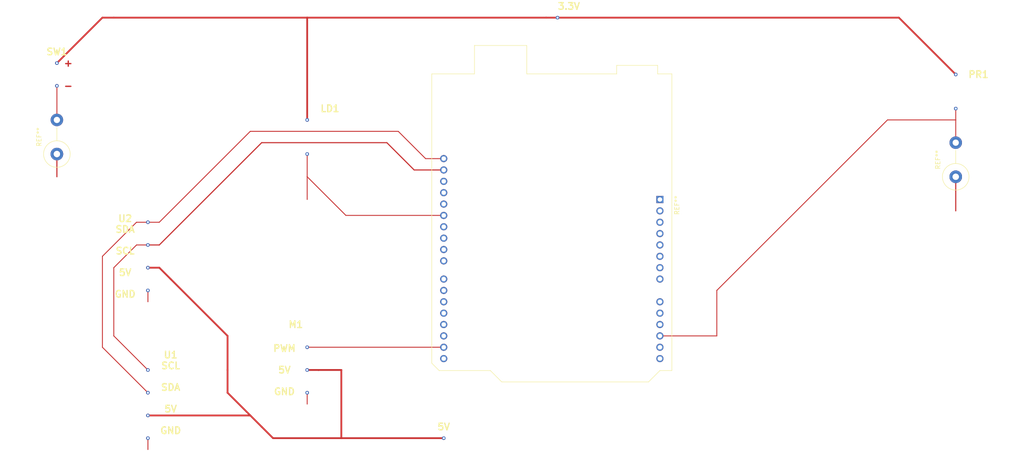
<source format=kicad_pcb>
(kicad_pcb (version 20211014) (generator pcbnew)
  (title_block (title "Laser Security System - PCB Layout") (date "2022-11-03") (rev "0.1") (company "ECE411 Group 10 Practicum"))
  (layers (0 "F.Cu" signal) (31 "B.Cu" signal) (34 "B.Paste" user) (35 "F.Paste" user) (36 "B.SilkS" user "B.Silkscreen") (37 "F.SilkS" user "F.Silkscreen") (38 "B.Mask" user) (39 "F.Mask" user) (44 "Edge.Cuts" user))
  (net 0 "")
  (net 1 "GND")
  (net 2 "5V")
  (net 3 "SDA")
  (net 4 "33V")
  (net 5 "SCL")
  (footprint "Resistor_THT:R_Axial_DIN0614_L14.3mm_D5.7mm_P7.62mm_Vertical" (layer "F.Cu") (at 231.14 66.04 90)
    (fp_text reference "REF**" (at 3.81 -3.97 90) (layer "F.SilkS"))
    (fp_text value "R_Axial_DIN0614_L14.3mm_D5.7mm_P7.62mm_Vertical" hide)
    (fp_line (start 2.97 0) (end 5.92 0) (layer "F.SilkS") (width 0.12))
    (fp_circle (center 0 0) (end 2.97 0) (layer "F.SilkS") (width 0.12) (fill none))
    (pad "1" thru_hole circle (at 0 0 90) (size 2.8 2.8) (drill 1.4) (layers *.Cu *.Mask))
    (pad "1" thru_hole circle (at 0 0 90) (size 2.8 2.8) (drill 1.4) (layers *.Cu *.Mask))
    (pad "2" thru_hole oval (at 7.62 0 90) (size 2.8 2.8) (drill 1.4) (layers *.Cu *.Mask))
  )
  (footprint "Resistor_THT:R_Axial_DIN0614_L14.3mm_D5.7mm_P7.62mm_Vertical" (layer "F.Cu") (at 30.48 60.96 90)
    (fp_text reference "REF**" (at 3.81 -3.97 90) (layer "F.SilkS"))
    (fp_text value "R_Axial_DIN0614_L14.3mm_D5.7mm_P7.62mm_Vertical" hide)
    (fp_line (start 2.97 0) (end 5.92 0) (layer "F.SilkS") (width 0.12))
    (fp_circle (center 0 0) (end 2.97 0) (layer "F.SilkS") (width 0.12) (fill none))
    (pad "1" thru_hole circle (at 0 0 90) (size 2.8 2.8) (drill 1.4) (layers *.Cu *.Mask))
    (pad "1" thru_hole circle (at 0 0 90) (size 2.8 2.8) (drill 1.4) (layers *.Cu *.Mask))
    (pad "2" thru_hole oval (at 7.62 0 90) (size 2.8 2.8) (drill 1.4) (layers *.Cu *.Mask))
  )
  (footprint "Module:Arduino_UNO_R3" (layer "F.Cu") (at 165.1 71.12 -90)
    (fp_text reference "REF**" (at 1.27 -3.81 90) (layer "F.SilkS"))
    (fp_text value "Arduino_UNO_R3")
    (fp_line (start -28.07 -2.67) (end -28.07 0.51) (layer "F.SilkS") (width 0.12))
    (fp_line (start -28.07 50.93) (end 36.58 50.93) (layer "F.SilkS") (width 0.12))
    (fp_line (start -34.42 29.72) (end -34.42 41.4) (layer "F.SilkS") (width 0.12))
    (fp_line (start 38.23 37.85) (end 40.77 35.31) (layer "F.SilkS") (width 0.12))
    (fp_line (start 38.23 49.28) (end 38.23 37.85) (layer "F.SilkS") (width 0.12))
    (fp_line (start 38.23 0) (end 38.23 -2.67) (layer "F.SilkS") (width 0.12))
    (fp_line (start -29.97 9.65) (end -28.07 9.65) (layer "F.SilkS") (width 0.12))
    (fp_line (start -28.07 29.72) (end -34.42 29.72) (layer "F.SilkS") (width 0.12))
    (fp_line (start 38.23 -2.67) (end -28.07 -2.67) (layer "F.SilkS") (width 0.12))
    (fp_line (start 36.58 50.93) (end 38.23 49.28) (layer "F.SilkS") (width 0.12))
    (fp_line (start -29.97 0.51) (end -29.97 9.65) (layer "F.SilkS") (width 0.12))
    (fp_line (start -34.42 41.4) (end -28.07 41.4) (layer "F.SilkS") (width 0.12))
    (fp_line (start -28.07 9.65) (end -28.07 29.72) (layer "F.SilkS") (width 0.12))
    (fp_line (start -28.07 41.4) (end -28.07 50.93) (layer "F.SilkS") (width 0.12))
    (fp_line (start 40.77 2.54) (end 38.23 0) (layer "F.SilkS") (width 0.12))
    (fp_line (start -28.07 0.51) (end -29.97 0.51) (layer "F.SilkS") (width 0.12))
    (fp_line (start 40.77 35.31) (end 40.77 2.54) (layer "F.SilkS") (width 0.12))
    (pad "1" thru_hole rect (at 0 0) (size 1.6 1.6) (drill 1) (layers *.Cu *.Mask))
    (pad "2" thru_hole oval (at 2.54 0) (size 1.6 1.6) (drill 1) (layers *.Cu *.Mask))
    (pad "3" thru_hole oval (at 5.08 0) (size 1.6 1.6) (drill 1) (layers *.Cu *.Mask))
    (pad "4" thru_hole oval (at 7.62 0) (size 1.6 1.6) (drill 1) (layers *.Cu *.Mask))
    (pad "5" thru_hole oval (at 10.16 0) (size 1.6 1.6) (drill 1) (layers *.Cu *.Mask))
    (pad "6" thru_hole oval (at 12.7 0) (size 1.6 1.6) (drill 1) (layers *.Cu *.Mask))
    (pad "7" thru_hole oval (at 15.24 0) (size 1.6 1.6) (drill 1) (layers *.Cu *.Mask))
    (pad "8" thru_hole oval (at 17.78 0) (size 1.6 1.6) (drill 1) (layers *.Cu *.Mask))
    (pad "9" thru_hole oval (at 22.86 0) (size 1.6 1.6) (drill 1) (layers *.Cu *.Mask))
    (pad "10" thru_hole oval (at 25.4 0) (size 1.6 1.6) (drill 1) (layers *.Cu *.Mask))
    (pad "11" thru_hole oval (at 27.94 0) (size 1.6 1.6) (drill 1) (layers *.Cu *.Mask))
    (pad "12" thru_hole oval (at 30.48 0) (size 1.6 1.6) (drill 1) (layers *.Cu *.Mask))
    (pad "13" thru_hole oval (at 33.02 0) (size 1.6 1.6) (drill 1) (layers *.Cu *.Mask))
    (pad "14" thru_hole oval (at 35.56 0) (size 1.6 1.6) (drill 1) (layers *.Cu *.Mask))
    (pad "15" thru_hole oval (at 35.56 48.26) (size 1.6 1.6) (drill 1) (layers *.Cu *.Mask))
    (pad "16" thru_hole oval (at 33.02 48.26) (size 1.6 1.6) (drill 1) (layers *.Cu *.Mask))
    (pad "17" thru_hole oval (at 30.48 48.26) (size 1.6 1.6) (drill 1) (layers *.Cu *.Mask))
    (pad "18" thru_hole oval (at 27.94 48.26) (size 1.6 1.6) (drill 1) (layers *.Cu *.Mask))
    (pad "19" thru_hole oval (at 25.4 48.26) (size 1.6 1.6) (drill 1) (layers *.Cu *.Mask))
    (pad "20" thru_hole oval (at 22.86 48.26) (size 1.6 1.6) (drill 1) (layers *.Cu *.Mask))
    (pad "21" thru_hole oval (at 20.32 48.26) (size 1.6 1.6) (drill 1) (layers *.Cu *.Mask))
    (pad "22" thru_hole oval (at 17.78 48.26) (size 1.6 1.6) (drill 1) (layers *.Cu *.Mask))
    (pad "23" thru_hole oval (at 13.72 48.26) (size 1.6 1.6) (drill 1) (layers *.Cu *.Mask))
    (pad "24" thru_hole oval (at 11.18 48.26) (size 1.6 1.6) (drill 1) (layers *.Cu *.Mask))
    (pad "25" thru_hole oval (at 8.64 48.26) (size 1.6 1.6) (drill 1) (layers *.Cu *.Mask))
    (pad "26" thru_hole oval (at 6.1 48.26) (size 1.6 1.6) (drill 1) (layers *.Cu *.Mask))
    (pad "27" thru_hole oval (at 3.56 48.26) (size 1.6 1.6) (drill 1) (layers *.Cu *.Mask))
    (pad "28" thru_hole oval (at 1.02 48.26) (size 1.6 1.6) (drill 1) (layers *.Cu *.Mask))
    (pad "29" thru_hole oval (at -1.52 48.26) (size 1.6 1.6) (drill 1) (layers *.Cu *.Mask))
    (pad "30" thru_hole oval (at -4.06 48.26) (size 1.6 1.6) (drill 1) (layers *.Cu *.Mask))
    (pad "31" thru_hole oval (at -6.6 48.26) (size 1.6 1.6) (drill 1) (layers *.Cu *.Mask) (net 5 "SCL"))
    (pad "32" thru_hole oval (at -9.14 48.26) (size 1.6 1.6) (drill 1) (layers *.Cu *.Mask) (net 3 "SDA"))
  )
  (gr_text "-" (at 33.02 45.72) (layer "F.Cu") (effects (font (size 1.5 1.5) (thickness 0.3))))
  (gr_text "+\n" (at 33.02 40.64) (layer "F.Cu") (effects (font (size 1.5 1.5) (thickness 0.3))))
  (gr_text "U2\nSDA\n\nSCL\n\n5V\n\nGND" (at 45.72 83.82) (layer "F.SilkS") (effects (font (size 1.5 1.5) (thickness 0.3))))
  (gr_text "M1" (at 83.82 99.06) (layer "F.SilkS") (effects (font (size 1.5 1.5) (thickness 0.3))))
  (gr_text "U1\nSCL\n\nSDA\n\n5V\n\nGND" (at 55.88 114.3) (layer "F.SilkS") (effects (font (size 1.5 1.5) (thickness 0.3))))
  (gr_text "3.3V" (at 144.78 27.94) (layer "F.SilkS") (effects (font (size 1.5 1.5) (thickness 0.3))))
  (gr_text "LD1" (at 91.44 50.8) (layer "F.SilkS") (effects (font (size 1.5 1.5) (thickness 0.3))))
  (gr_text "SW1\n" (at 30.48 38.1) (layer "F.SilkS") (effects (font (size 1.5 1.5) (thickness 0.3))))
  (gr_text "PWM\n\n5V\n\nGND" (at 81.28 109.22) (layer "F.SilkS") (effects (font (size 1.5 1.5) (thickness 0.3))))
  (gr_text "5V\n" (at 116.84 121.92) (layer "F.SilkS") (effects (font (size 1.5 1.5) (thickness 0.3))))
  (gr_text "PR1\n" (at 236.22 43.18) (layer "F.SilkS") (effects (font (size 1.5 1.5) (thickness 0.3))))
  (segment (start 215.9 53.34) (end 177.8 91.44) (width 0.2) (layer "F.Cu") (net 0))
  (segment (start 86.36 66.04) (end 86.36 71.12) (width 0.2) (layer "F.Cu") (net 0))
  (segment (start 231.14 50.8) (end 231.14 53.34) (width 0.2) (layer "F.Cu") (net 0))
  (segment (start 231.14 66.04) (end 231.14 73.66) (width 0.25) (layer "F.Cu") (net 0))
  (segment (start 50.8 91.44) (end 50.8 93.98) (width 0.2) (layer "F.Cu") (net 0))
  (segment (start 50.8 124.46) (end 50.8 127) (width 0.2) (layer "F.Cu") (net 0))
  (segment (start 86.36 104.14) (end 116.84 104.14) (width 0.2) (layer "F.Cu") (net 0))
  (segment (start 177.8 91.44) (end 177.8 101.6) (width 0.2) (layer "F.Cu") (net 0))
  (segment (start 86.36 60.96) (end 86.36 66.04) (width 0.2) (layer "F.Cu") (net 0))
  (segment (start 177.8 101.6) (end 165.1 101.6) (width 0.2) (layer "F.Cu") (net 0))
  (segment (start 86.36 114.3) (end 86.36 116.84) (width 0.2) (layer "F.Cu") (net 0))
  (segment (start 86.36 66.04) (end 95 74.68) (width 0.2) (layer "F.Cu") (net 0))
  (segment (start 30.48 45.72) (end 30.48 53.34) (width 0.2) (layer "F.Cu") (net 0))
  (segment (start 95 74.68) (end 116.84 74.68) (width 0.2) (layer "F.Cu") (net 0))
  (segment (start 30.48 60.96) (end 30.48 66.04) (width 0.25) (layer "F.Cu") (net 0))
  (segment (start 231.14 53.34) (end 231.14 58.42) (width 0.2) (layer "F.Cu") (net 0))
  (segment (start 231.14 53.34) (end 215.9 53.34) (width 0.2) (layer "F.Cu") (net 0))
  (via (at 50.8 81.28) (size 0.8) (drill 0.4) (layers "F.Cu" "B.Cu") (net 0))
  (via (at 50.8 119.38) (size 0.8) (drill 0.4) (layers "F.Cu" "B.Cu") (net 0))
  (via (at 86.36 104.14) (size 0.8) (drill 0.4) (layers "F.Cu" "B.Cu") (net 0))
  (via (at 50.8 91.44) (size 0.8) (drill 0.4) (layers "F.Cu" "B.Cu") (net 0))
  (via (at 86.36 60.96) (size 0.8) (drill 0.4) (layers "F.Cu" "B.Cu") (net 0))
  (via (at 50.8 124.46) (size 0.8) (drill 0.4) (layers "F.Cu" "B.Cu") (net 0))
  (via (at 50.8 114.3) (size 0.8) (drill 0.4) (layers "F.Cu" "B.Cu") (net 0))
  (via (at 86.36 109.22) (size 0.8) (drill 0.4) (layers "F.Cu" "B.Cu") (net 0))
  (via (at 30.48 45.72) (size 0.8) (drill 0.4) (layers "F.Cu" "B.Cu") (net 0))
  (via (at 142.24 30.48) (size 0.8) (drill 0.4) (layers "F.Cu" "B.Cu") (net 0))
  (via (at 86.36 114.3) (size 0.8) (drill 0.4) (layers "F.Cu" "B.Cu") (net 0))
  (via (at 50.8 109.22) (size 0.8) (drill 0.4) (layers "F.Cu" "B.Cu") (net 0))
  (via (at 231.14 43.18) (size 0.8) (drill 0.4) (layers "F.Cu" "B.Cu") (net 0))
  (via (at 50.8 86.36) (size 0.8) (drill 0.4) (layers "F.Cu" "B.Cu") (net 0))
  (via (at 116.84 124.46) (size 0.8) (drill 0.4) (layers "F.Cu" "B.Cu") (net 0))
  (via (at 30.48 40.64) (size 0.8) (drill 0.4) (layers "F.Cu" "B.Cu") (net 0))
  (via (at 231.14 50.8) (size 0.8) (drill 0.4) (layers "F.Cu" "B.Cu") (net 0))
  (via (at 86.36 53.34) (size 0.8) (drill 0.4) (layers "F.Cu" "B.Cu") (net 0))
  (via (at 50.8 76.2) (size 0.8) (drill 0.4) (layers "F.Cu" "B.Cu") (net 0))
  (segment (start 55.88 88.9) (end 68.58 101.6) (width 0.4) (layer "F.Cu") (net 2))
  (segment (start 68.58 101.6) (end 68.58 109.22) (width 0.4) (layer "F.Cu") (net 2))
  (segment (start 68.58 114.3) (end 76.2 121.92) (width 0.4) (layer "F.Cu") (net 2))
  (segment (start 68.58 109.22) (end 68.58 114.3) (width 0.4) (layer "F.Cu") (net 2))
  (segment (start 78.74 124.46) (end 116.84 124.46) (width 0.4) (layer "F.Cu") (net 2))
  (segment (start 53.34 86.36) (end 55.88 88.9) (width 0.4) (layer "F.Cu") (net 2))
  (segment (start 88.9 109.22) (end 93.98 109.22) (width 0.4) (layer "F.Cu") (net 2))
  (segment (start 86.36 109.22) (end 88.9 109.22) (width 0.4) (layer "F.Cu") (net 2))
  (segment (start 76.2 121.92) (end 78.74 124.46) (width 0.4) (layer "F.Cu") (net 2))
  (segment (start 93.98 109.22) (end 93.98 124.46) (width 0.4) (layer "F.Cu") (net 2))
  (segment (start 50.8 86.36) (end 53.34 86.36) (width 0.4) (layer "F.Cu") (net 2))
  (segment (start 50.8 119.38) (end 73.66 119.38) (width 0.4) (layer "F.Cu") (net 2))
  (segment (start 50.8 76.2) (end 48.26 76.2) (width 0.2) (layer "F.Cu") (net 3))
  (segment (start 40.64 104.14) (end 50.8 114.3) (width 0.2) (layer "F.Cu") (net 3))
  (segment (start 112.78 61.98) (end 116.84 61.98) (width 0.2) (layer "F.Cu") (net 3))
  (segment (start 50.8 76.2) (end 53.34 76.2) (width 0.2) (layer "F.Cu") (net 3))
  (segment (start 73.66 55.88) (end 106.68 55.88) (width 0.2) (layer "F.Cu") (net 3))
  (segment (start 106.68 55.88) (end 112.78 61.98) (width 0.2) (layer "F.Cu") (net 3))
  (segment (start 53.34 76.2) (end 73.66 55.88) (width 0.2) (layer "F.Cu") (net 3))
  (segment (start 48.26 76.2) (end 40.64 83.82) (width 0.2) (layer "F.Cu") (net 3))
  (segment (start 40.64 83.82) (end 40.64 104.14) (width 0.2) (layer "F.Cu") (net 3))
  (segment (start 218.44 30.48) (end 231.14 43.18) (width 0.4) (layer "F.Cu") (net 4))
  (segment (start 40.64 30.48) (end 30.48 40.64) (width 0.4) (layer "F.Cu") (net 4))
  (segment (start 139.7 30.48) (end 43.18 30.48) (width 0.4) (layer "F.Cu") (net 4))
  (segment (start 142.24 30.48) (end 218.44 30.48) (width 0.4) (layer "F.Cu") (net 4))
  (segment (start 43.18 30.48) (end 40.64 30.48) (width 0.4) (layer "F.Cu") (net 4))
  (segment (start 139.7 30.48) (end 142.24 30.48) (width 0.4) (layer "F.Cu") (net 4))
  (segment (start 86.36 53.34) (end 86.36 30.48) (width 0.4) (layer "F.Cu") (net 4))
  (segment (start 104.14 58.42) (end 76.2 58.42) (width 0.25) (layer "F.Cu") (net 5))
  (segment (start 116.84 64.52) (end 110.24 64.52) (width 0.25) (layer "F.Cu") (net 5))
  (segment (start 110.24 64.52) (end 104.14 58.42) (width 0.25) (layer "F.Cu") (net 5))
  (segment (start 43.18 101.6) (end 43.18 86.36) (width 0.2) (layer "F.Cu") (net 5))
  (segment (start 43.18 86.36) (end 48.26 81.28) (width 0.2) (layer "F.Cu") (net 5))
  (segment (start 50.8 109.22) (end 43.18 101.6) (width 0.2) (layer "F.Cu") (net 5))
  (segment (start 53.34 81.28) (end 50.8 81.28) (width 0.25) (layer "F.Cu") (net 5))
  (segment (start 76.2 58.42) (end 53.34 81.28) (width 0.25) (layer "F.Cu") (net 5))
  (segment (start 48.26 81.28) (end 50.8 81.28) (width 0.2) (layer "F.Cu") (net 5))
)
</source>
